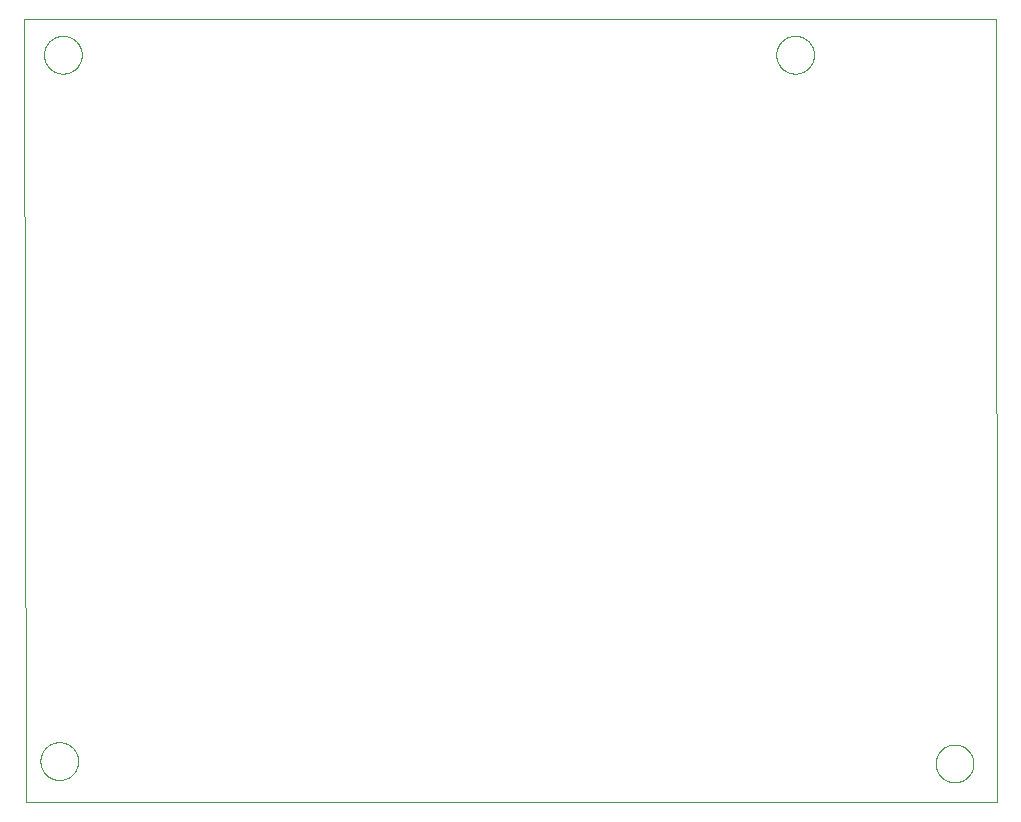
<source format=gbp>
G75*
%MOIN*%
%OFA0B0*%
%FSLAX25Y25*%
%IPPOS*%
%LPD*%
%AMOC8*
5,1,8,0,0,1.08239X$1,22.5*
%
%ADD10C,0.00000*%
D10*
X0001394Y0001000D02*
X0001000Y0262024D01*
X0324858Y0262024D01*
X0325252Y0001000D01*
X0001394Y0001000D01*
X0006355Y0014780D02*
X0006357Y0014938D01*
X0006363Y0015096D01*
X0006373Y0015254D01*
X0006387Y0015412D01*
X0006405Y0015569D01*
X0006426Y0015726D01*
X0006452Y0015882D01*
X0006482Y0016038D01*
X0006515Y0016193D01*
X0006553Y0016346D01*
X0006594Y0016499D01*
X0006639Y0016651D01*
X0006688Y0016802D01*
X0006741Y0016951D01*
X0006797Y0017099D01*
X0006857Y0017245D01*
X0006921Y0017390D01*
X0006989Y0017533D01*
X0007060Y0017675D01*
X0007134Y0017815D01*
X0007212Y0017952D01*
X0007294Y0018088D01*
X0007378Y0018222D01*
X0007467Y0018353D01*
X0007558Y0018482D01*
X0007653Y0018609D01*
X0007750Y0018734D01*
X0007851Y0018856D01*
X0007955Y0018975D01*
X0008062Y0019092D01*
X0008172Y0019206D01*
X0008285Y0019317D01*
X0008400Y0019426D01*
X0008518Y0019531D01*
X0008639Y0019633D01*
X0008762Y0019733D01*
X0008888Y0019829D01*
X0009016Y0019922D01*
X0009146Y0020012D01*
X0009279Y0020098D01*
X0009414Y0020182D01*
X0009550Y0020261D01*
X0009689Y0020338D01*
X0009830Y0020410D01*
X0009972Y0020480D01*
X0010116Y0020545D01*
X0010262Y0020607D01*
X0010409Y0020665D01*
X0010558Y0020720D01*
X0010708Y0020771D01*
X0010859Y0020818D01*
X0011011Y0020861D01*
X0011164Y0020900D01*
X0011319Y0020936D01*
X0011474Y0020967D01*
X0011630Y0020995D01*
X0011786Y0021019D01*
X0011943Y0021039D01*
X0012101Y0021055D01*
X0012258Y0021067D01*
X0012417Y0021075D01*
X0012575Y0021079D01*
X0012733Y0021079D01*
X0012891Y0021075D01*
X0013050Y0021067D01*
X0013207Y0021055D01*
X0013365Y0021039D01*
X0013522Y0021019D01*
X0013678Y0020995D01*
X0013834Y0020967D01*
X0013989Y0020936D01*
X0014144Y0020900D01*
X0014297Y0020861D01*
X0014449Y0020818D01*
X0014600Y0020771D01*
X0014750Y0020720D01*
X0014899Y0020665D01*
X0015046Y0020607D01*
X0015192Y0020545D01*
X0015336Y0020480D01*
X0015478Y0020410D01*
X0015619Y0020338D01*
X0015758Y0020261D01*
X0015894Y0020182D01*
X0016029Y0020098D01*
X0016162Y0020012D01*
X0016292Y0019922D01*
X0016420Y0019829D01*
X0016546Y0019733D01*
X0016669Y0019633D01*
X0016790Y0019531D01*
X0016908Y0019426D01*
X0017023Y0019317D01*
X0017136Y0019206D01*
X0017246Y0019092D01*
X0017353Y0018975D01*
X0017457Y0018856D01*
X0017558Y0018734D01*
X0017655Y0018609D01*
X0017750Y0018482D01*
X0017841Y0018353D01*
X0017930Y0018222D01*
X0018014Y0018088D01*
X0018096Y0017952D01*
X0018174Y0017815D01*
X0018248Y0017675D01*
X0018319Y0017533D01*
X0018387Y0017390D01*
X0018451Y0017245D01*
X0018511Y0017099D01*
X0018567Y0016951D01*
X0018620Y0016802D01*
X0018669Y0016651D01*
X0018714Y0016499D01*
X0018755Y0016346D01*
X0018793Y0016193D01*
X0018826Y0016038D01*
X0018856Y0015882D01*
X0018882Y0015726D01*
X0018903Y0015569D01*
X0018921Y0015412D01*
X0018935Y0015254D01*
X0018945Y0015096D01*
X0018951Y0014938D01*
X0018953Y0014780D01*
X0018951Y0014622D01*
X0018945Y0014464D01*
X0018935Y0014306D01*
X0018921Y0014148D01*
X0018903Y0013991D01*
X0018882Y0013834D01*
X0018856Y0013678D01*
X0018826Y0013522D01*
X0018793Y0013367D01*
X0018755Y0013214D01*
X0018714Y0013061D01*
X0018669Y0012909D01*
X0018620Y0012758D01*
X0018567Y0012609D01*
X0018511Y0012461D01*
X0018451Y0012315D01*
X0018387Y0012170D01*
X0018319Y0012027D01*
X0018248Y0011885D01*
X0018174Y0011745D01*
X0018096Y0011608D01*
X0018014Y0011472D01*
X0017930Y0011338D01*
X0017841Y0011207D01*
X0017750Y0011078D01*
X0017655Y0010951D01*
X0017558Y0010826D01*
X0017457Y0010704D01*
X0017353Y0010585D01*
X0017246Y0010468D01*
X0017136Y0010354D01*
X0017023Y0010243D01*
X0016908Y0010134D01*
X0016790Y0010029D01*
X0016669Y0009927D01*
X0016546Y0009827D01*
X0016420Y0009731D01*
X0016292Y0009638D01*
X0016162Y0009548D01*
X0016029Y0009462D01*
X0015894Y0009378D01*
X0015758Y0009299D01*
X0015619Y0009222D01*
X0015478Y0009150D01*
X0015336Y0009080D01*
X0015192Y0009015D01*
X0015046Y0008953D01*
X0014899Y0008895D01*
X0014750Y0008840D01*
X0014600Y0008789D01*
X0014449Y0008742D01*
X0014297Y0008699D01*
X0014144Y0008660D01*
X0013989Y0008624D01*
X0013834Y0008593D01*
X0013678Y0008565D01*
X0013522Y0008541D01*
X0013365Y0008521D01*
X0013207Y0008505D01*
X0013050Y0008493D01*
X0012891Y0008485D01*
X0012733Y0008481D01*
X0012575Y0008481D01*
X0012417Y0008485D01*
X0012258Y0008493D01*
X0012101Y0008505D01*
X0011943Y0008521D01*
X0011786Y0008541D01*
X0011630Y0008565D01*
X0011474Y0008593D01*
X0011319Y0008624D01*
X0011164Y0008660D01*
X0011011Y0008699D01*
X0010859Y0008742D01*
X0010708Y0008789D01*
X0010558Y0008840D01*
X0010409Y0008895D01*
X0010262Y0008953D01*
X0010116Y0009015D01*
X0009972Y0009080D01*
X0009830Y0009150D01*
X0009689Y0009222D01*
X0009550Y0009299D01*
X0009414Y0009378D01*
X0009279Y0009462D01*
X0009146Y0009548D01*
X0009016Y0009638D01*
X0008888Y0009731D01*
X0008762Y0009827D01*
X0008639Y0009927D01*
X0008518Y0010029D01*
X0008400Y0010134D01*
X0008285Y0010243D01*
X0008172Y0010354D01*
X0008062Y0010468D01*
X0007955Y0010585D01*
X0007851Y0010704D01*
X0007750Y0010826D01*
X0007653Y0010951D01*
X0007558Y0011078D01*
X0007467Y0011207D01*
X0007378Y0011338D01*
X0007294Y0011472D01*
X0007212Y0011608D01*
X0007134Y0011745D01*
X0007060Y0011885D01*
X0006989Y0012027D01*
X0006921Y0012170D01*
X0006857Y0012315D01*
X0006797Y0012461D01*
X0006741Y0012609D01*
X0006688Y0012758D01*
X0006639Y0012909D01*
X0006594Y0013061D01*
X0006553Y0013214D01*
X0006515Y0013367D01*
X0006482Y0013522D01*
X0006452Y0013678D01*
X0006426Y0013834D01*
X0006405Y0013991D01*
X0006387Y0014148D01*
X0006373Y0014306D01*
X0006363Y0014464D01*
X0006357Y0014622D01*
X0006355Y0014780D01*
X0007536Y0250213D02*
X0007538Y0250371D01*
X0007544Y0250529D01*
X0007554Y0250687D01*
X0007568Y0250845D01*
X0007586Y0251002D01*
X0007607Y0251159D01*
X0007633Y0251315D01*
X0007663Y0251471D01*
X0007696Y0251626D01*
X0007734Y0251779D01*
X0007775Y0251932D01*
X0007820Y0252084D01*
X0007869Y0252235D01*
X0007922Y0252384D01*
X0007978Y0252532D01*
X0008038Y0252678D01*
X0008102Y0252823D01*
X0008170Y0252966D01*
X0008241Y0253108D01*
X0008315Y0253248D01*
X0008393Y0253385D01*
X0008475Y0253521D01*
X0008559Y0253655D01*
X0008648Y0253786D01*
X0008739Y0253915D01*
X0008834Y0254042D01*
X0008931Y0254167D01*
X0009032Y0254289D01*
X0009136Y0254408D01*
X0009243Y0254525D01*
X0009353Y0254639D01*
X0009466Y0254750D01*
X0009581Y0254859D01*
X0009699Y0254964D01*
X0009820Y0255066D01*
X0009943Y0255166D01*
X0010069Y0255262D01*
X0010197Y0255355D01*
X0010327Y0255445D01*
X0010460Y0255531D01*
X0010595Y0255615D01*
X0010731Y0255694D01*
X0010870Y0255771D01*
X0011011Y0255843D01*
X0011153Y0255913D01*
X0011297Y0255978D01*
X0011443Y0256040D01*
X0011590Y0256098D01*
X0011739Y0256153D01*
X0011889Y0256204D01*
X0012040Y0256251D01*
X0012192Y0256294D01*
X0012345Y0256333D01*
X0012500Y0256369D01*
X0012655Y0256400D01*
X0012811Y0256428D01*
X0012967Y0256452D01*
X0013124Y0256472D01*
X0013282Y0256488D01*
X0013439Y0256500D01*
X0013598Y0256508D01*
X0013756Y0256512D01*
X0013914Y0256512D01*
X0014072Y0256508D01*
X0014231Y0256500D01*
X0014388Y0256488D01*
X0014546Y0256472D01*
X0014703Y0256452D01*
X0014859Y0256428D01*
X0015015Y0256400D01*
X0015170Y0256369D01*
X0015325Y0256333D01*
X0015478Y0256294D01*
X0015630Y0256251D01*
X0015781Y0256204D01*
X0015931Y0256153D01*
X0016080Y0256098D01*
X0016227Y0256040D01*
X0016373Y0255978D01*
X0016517Y0255913D01*
X0016659Y0255843D01*
X0016800Y0255771D01*
X0016939Y0255694D01*
X0017075Y0255615D01*
X0017210Y0255531D01*
X0017343Y0255445D01*
X0017473Y0255355D01*
X0017601Y0255262D01*
X0017727Y0255166D01*
X0017850Y0255066D01*
X0017971Y0254964D01*
X0018089Y0254859D01*
X0018204Y0254750D01*
X0018317Y0254639D01*
X0018427Y0254525D01*
X0018534Y0254408D01*
X0018638Y0254289D01*
X0018739Y0254167D01*
X0018836Y0254042D01*
X0018931Y0253915D01*
X0019022Y0253786D01*
X0019111Y0253655D01*
X0019195Y0253521D01*
X0019277Y0253385D01*
X0019355Y0253248D01*
X0019429Y0253108D01*
X0019500Y0252966D01*
X0019568Y0252823D01*
X0019632Y0252678D01*
X0019692Y0252532D01*
X0019748Y0252384D01*
X0019801Y0252235D01*
X0019850Y0252084D01*
X0019895Y0251932D01*
X0019936Y0251779D01*
X0019974Y0251626D01*
X0020007Y0251471D01*
X0020037Y0251315D01*
X0020063Y0251159D01*
X0020084Y0251002D01*
X0020102Y0250845D01*
X0020116Y0250687D01*
X0020126Y0250529D01*
X0020132Y0250371D01*
X0020134Y0250213D01*
X0020132Y0250055D01*
X0020126Y0249897D01*
X0020116Y0249739D01*
X0020102Y0249581D01*
X0020084Y0249424D01*
X0020063Y0249267D01*
X0020037Y0249111D01*
X0020007Y0248955D01*
X0019974Y0248800D01*
X0019936Y0248647D01*
X0019895Y0248494D01*
X0019850Y0248342D01*
X0019801Y0248191D01*
X0019748Y0248042D01*
X0019692Y0247894D01*
X0019632Y0247748D01*
X0019568Y0247603D01*
X0019500Y0247460D01*
X0019429Y0247318D01*
X0019355Y0247178D01*
X0019277Y0247041D01*
X0019195Y0246905D01*
X0019111Y0246771D01*
X0019022Y0246640D01*
X0018931Y0246511D01*
X0018836Y0246384D01*
X0018739Y0246259D01*
X0018638Y0246137D01*
X0018534Y0246018D01*
X0018427Y0245901D01*
X0018317Y0245787D01*
X0018204Y0245676D01*
X0018089Y0245567D01*
X0017971Y0245462D01*
X0017850Y0245360D01*
X0017727Y0245260D01*
X0017601Y0245164D01*
X0017473Y0245071D01*
X0017343Y0244981D01*
X0017210Y0244895D01*
X0017075Y0244811D01*
X0016939Y0244732D01*
X0016800Y0244655D01*
X0016659Y0244583D01*
X0016517Y0244513D01*
X0016373Y0244448D01*
X0016227Y0244386D01*
X0016080Y0244328D01*
X0015931Y0244273D01*
X0015781Y0244222D01*
X0015630Y0244175D01*
X0015478Y0244132D01*
X0015325Y0244093D01*
X0015170Y0244057D01*
X0015015Y0244026D01*
X0014859Y0243998D01*
X0014703Y0243974D01*
X0014546Y0243954D01*
X0014388Y0243938D01*
X0014231Y0243926D01*
X0014072Y0243918D01*
X0013914Y0243914D01*
X0013756Y0243914D01*
X0013598Y0243918D01*
X0013439Y0243926D01*
X0013282Y0243938D01*
X0013124Y0243954D01*
X0012967Y0243974D01*
X0012811Y0243998D01*
X0012655Y0244026D01*
X0012500Y0244057D01*
X0012345Y0244093D01*
X0012192Y0244132D01*
X0012040Y0244175D01*
X0011889Y0244222D01*
X0011739Y0244273D01*
X0011590Y0244328D01*
X0011443Y0244386D01*
X0011297Y0244448D01*
X0011153Y0244513D01*
X0011011Y0244583D01*
X0010870Y0244655D01*
X0010731Y0244732D01*
X0010595Y0244811D01*
X0010460Y0244895D01*
X0010327Y0244981D01*
X0010197Y0245071D01*
X0010069Y0245164D01*
X0009943Y0245260D01*
X0009820Y0245360D01*
X0009699Y0245462D01*
X0009581Y0245567D01*
X0009466Y0245676D01*
X0009353Y0245787D01*
X0009243Y0245901D01*
X0009136Y0246018D01*
X0009032Y0246137D01*
X0008931Y0246259D01*
X0008834Y0246384D01*
X0008739Y0246511D01*
X0008648Y0246640D01*
X0008559Y0246771D01*
X0008475Y0246905D01*
X0008393Y0247041D01*
X0008315Y0247178D01*
X0008241Y0247318D01*
X0008170Y0247460D01*
X0008102Y0247603D01*
X0008038Y0247748D01*
X0007978Y0247894D01*
X0007922Y0248042D01*
X0007869Y0248191D01*
X0007820Y0248342D01*
X0007775Y0248494D01*
X0007734Y0248647D01*
X0007696Y0248800D01*
X0007663Y0248955D01*
X0007633Y0249111D01*
X0007607Y0249267D01*
X0007586Y0249424D01*
X0007568Y0249581D01*
X0007554Y0249739D01*
X0007544Y0249897D01*
X0007538Y0250055D01*
X0007536Y0250213D01*
X0251630Y0250213D02*
X0251632Y0250371D01*
X0251638Y0250529D01*
X0251648Y0250687D01*
X0251662Y0250845D01*
X0251680Y0251002D01*
X0251701Y0251159D01*
X0251727Y0251315D01*
X0251757Y0251471D01*
X0251790Y0251626D01*
X0251828Y0251779D01*
X0251869Y0251932D01*
X0251914Y0252084D01*
X0251963Y0252235D01*
X0252016Y0252384D01*
X0252072Y0252532D01*
X0252132Y0252678D01*
X0252196Y0252823D01*
X0252264Y0252966D01*
X0252335Y0253108D01*
X0252409Y0253248D01*
X0252487Y0253385D01*
X0252569Y0253521D01*
X0252653Y0253655D01*
X0252742Y0253786D01*
X0252833Y0253915D01*
X0252928Y0254042D01*
X0253025Y0254167D01*
X0253126Y0254289D01*
X0253230Y0254408D01*
X0253337Y0254525D01*
X0253447Y0254639D01*
X0253560Y0254750D01*
X0253675Y0254859D01*
X0253793Y0254964D01*
X0253914Y0255066D01*
X0254037Y0255166D01*
X0254163Y0255262D01*
X0254291Y0255355D01*
X0254421Y0255445D01*
X0254554Y0255531D01*
X0254689Y0255615D01*
X0254825Y0255694D01*
X0254964Y0255771D01*
X0255105Y0255843D01*
X0255247Y0255913D01*
X0255391Y0255978D01*
X0255537Y0256040D01*
X0255684Y0256098D01*
X0255833Y0256153D01*
X0255983Y0256204D01*
X0256134Y0256251D01*
X0256286Y0256294D01*
X0256439Y0256333D01*
X0256594Y0256369D01*
X0256749Y0256400D01*
X0256905Y0256428D01*
X0257061Y0256452D01*
X0257218Y0256472D01*
X0257376Y0256488D01*
X0257533Y0256500D01*
X0257692Y0256508D01*
X0257850Y0256512D01*
X0258008Y0256512D01*
X0258166Y0256508D01*
X0258325Y0256500D01*
X0258482Y0256488D01*
X0258640Y0256472D01*
X0258797Y0256452D01*
X0258953Y0256428D01*
X0259109Y0256400D01*
X0259264Y0256369D01*
X0259419Y0256333D01*
X0259572Y0256294D01*
X0259724Y0256251D01*
X0259875Y0256204D01*
X0260025Y0256153D01*
X0260174Y0256098D01*
X0260321Y0256040D01*
X0260467Y0255978D01*
X0260611Y0255913D01*
X0260753Y0255843D01*
X0260894Y0255771D01*
X0261033Y0255694D01*
X0261169Y0255615D01*
X0261304Y0255531D01*
X0261437Y0255445D01*
X0261567Y0255355D01*
X0261695Y0255262D01*
X0261821Y0255166D01*
X0261944Y0255066D01*
X0262065Y0254964D01*
X0262183Y0254859D01*
X0262298Y0254750D01*
X0262411Y0254639D01*
X0262521Y0254525D01*
X0262628Y0254408D01*
X0262732Y0254289D01*
X0262833Y0254167D01*
X0262930Y0254042D01*
X0263025Y0253915D01*
X0263116Y0253786D01*
X0263205Y0253655D01*
X0263289Y0253521D01*
X0263371Y0253385D01*
X0263449Y0253248D01*
X0263523Y0253108D01*
X0263594Y0252966D01*
X0263662Y0252823D01*
X0263726Y0252678D01*
X0263786Y0252532D01*
X0263842Y0252384D01*
X0263895Y0252235D01*
X0263944Y0252084D01*
X0263989Y0251932D01*
X0264030Y0251779D01*
X0264068Y0251626D01*
X0264101Y0251471D01*
X0264131Y0251315D01*
X0264157Y0251159D01*
X0264178Y0251002D01*
X0264196Y0250845D01*
X0264210Y0250687D01*
X0264220Y0250529D01*
X0264226Y0250371D01*
X0264228Y0250213D01*
X0264226Y0250055D01*
X0264220Y0249897D01*
X0264210Y0249739D01*
X0264196Y0249581D01*
X0264178Y0249424D01*
X0264157Y0249267D01*
X0264131Y0249111D01*
X0264101Y0248955D01*
X0264068Y0248800D01*
X0264030Y0248647D01*
X0263989Y0248494D01*
X0263944Y0248342D01*
X0263895Y0248191D01*
X0263842Y0248042D01*
X0263786Y0247894D01*
X0263726Y0247748D01*
X0263662Y0247603D01*
X0263594Y0247460D01*
X0263523Y0247318D01*
X0263449Y0247178D01*
X0263371Y0247041D01*
X0263289Y0246905D01*
X0263205Y0246771D01*
X0263116Y0246640D01*
X0263025Y0246511D01*
X0262930Y0246384D01*
X0262833Y0246259D01*
X0262732Y0246137D01*
X0262628Y0246018D01*
X0262521Y0245901D01*
X0262411Y0245787D01*
X0262298Y0245676D01*
X0262183Y0245567D01*
X0262065Y0245462D01*
X0261944Y0245360D01*
X0261821Y0245260D01*
X0261695Y0245164D01*
X0261567Y0245071D01*
X0261437Y0244981D01*
X0261304Y0244895D01*
X0261169Y0244811D01*
X0261033Y0244732D01*
X0260894Y0244655D01*
X0260753Y0244583D01*
X0260611Y0244513D01*
X0260467Y0244448D01*
X0260321Y0244386D01*
X0260174Y0244328D01*
X0260025Y0244273D01*
X0259875Y0244222D01*
X0259724Y0244175D01*
X0259572Y0244132D01*
X0259419Y0244093D01*
X0259264Y0244057D01*
X0259109Y0244026D01*
X0258953Y0243998D01*
X0258797Y0243974D01*
X0258640Y0243954D01*
X0258482Y0243938D01*
X0258325Y0243926D01*
X0258166Y0243918D01*
X0258008Y0243914D01*
X0257850Y0243914D01*
X0257692Y0243918D01*
X0257533Y0243926D01*
X0257376Y0243938D01*
X0257218Y0243954D01*
X0257061Y0243974D01*
X0256905Y0243998D01*
X0256749Y0244026D01*
X0256594Y0244057D01*
X0256439Y0244093D01*
X0256286Y0244132D01*
X0256134Y0244175D01*
X0255983Y0244222D01*
X0255833Y0244273D01*
X0255684Y0244328D01*
X0255537Y0244386D01*
X0255391Y0244448D01*
X0255247Y0244513D01*
X0255105Y0244583D01*
X0254964Y0244655D01*
X0254825Y0244732D01*
X0254689Y0244811D01*
X0254554Y0244895D01*
X0254421Y0244981D01*
X0254291Y0245071D01*
X0254163Y0245164D01*
X0254037Y0245260D01*
X0253914Y0245360D01*
X0253793Y0245462D01*
X0253675Y0245567D01*
X0253560Y0245676D01*
X0253447Y0245787D01*
X0253337Y0245901D01*
X0253230Y0246018D01*
X0253126Y0246137D01*
X0253025Y0246259D01*
X0252928Y0246384D01*
X0252833Y0246511D01*
X0252742Y0246640D01*
X0252653Y0246771D01*
X0252569Y0246905D01*
X0252487Y0247041D01*
X0252409Y0247178D01*
X0252335Y0247318D01*
X0252264Y0247460D01*
X0252196Y0247603D01*
X0252132Y0247748D01*
X0252072Y0247894D01*
X0252016Y0248042D01*
X0251963Y0248191D01*
X0251914Y0248342D01*
X0251869Y0248494D01*
X0251828Y0248647D01*
X0251790Y0248800D01*
X0251757Y0248955D01*
X0251727Y0249111D01*
X0251701Y0249267D01*
X0251680Y0249424D01*
X0251662Y0249581D01*
X0251648Y0249739D01*
X0251638Y0249897D01*
X0251632Y0250055D01*
X0251630Y0250213D01*
X0304780Y0013992D02*
X0304782Y0014150D01*
X0304788Y0014308D01*
X0304798Y0014466D01*
X0304812Y0014624D01*
X0304830Y0014781D01*
X0304851Y0014938D01*
X0304877Y0015094D01*
X0304907Y0015250D01*
X0304940Y0015405D01*
X0304978Y0015558D01*
X0305019Y0015711D01*
X0305064Y0015863D01*
X0305113Y0016014D01*
X0305166Y0016163D01*
X0305222Y0016311D01*
X0305282Y0016457D01*
X0305346Y0016602D01*
X0305414Y0016745D01*
X0305485Y0016887D01*
X0305559Y0017027D01*
X0305637Y0017164D01*
X0305719Y0017300D01*
X0305803Y0017434D01*
X0305892Y0017565D01*
X0305983Y0017694D01*
X0306078Y0017821D01*
X0306175Y0017946D01*
X0306276Y0018068D01*
X0306380Y0018187D01*
X0306487Y0018304D01*
X0306597Y0018418D01*
X0306710Y0018529D01*
X0306825Y0018638D01*
X0306943Y0018743D01*
X0307064Y0018845D01*
X0307187Y0018945D01*
X0307313Y0019041D01*
X0307441Y0019134D01*
X0307571Y0019224D01*
X0307704Y0019310D01*
X0307839Y0019394D01*
X0307975Y0019473D01*
X0308114Y0019550D01*
X0308255Y0019622D01*
X0308397Y0019692D01*
X0308541Y0019757D01*
X0308687Y0019819D01*
X0308834Y0019877D01*
X0308983Y0019932D01*
X0309133Y0019983D01*
X0309284Y0020030D01*
X0309436Y0020073D01*
X0309589Y0020112D01*
X0309744Y0020148D01*
X0309899Y0020179D01*
X0310055Y0020207D01*
X0310211Y0020231D01*
X0310368Y0020251D01*
X0310526Y0020267D01*
X0310683Y0020279D01*
X0310842Y0020287D01*
X0311000Y0020291D01*
X0311158Y0020291D01*
X0311316Y0020287D01*
X0311475Y0020279D01*
X0311632Y0020267D01*
X0311790Y0020251D01*
X0311947Y0020231D01*
X0312103Y0020207D01*
X0312259Y0020179D01*
X0312414Y0020148D01*
X0312569Y0020112D01*
X0312722Y0020073D01*
X0312874Y0020030D01*
X0313025Y0019983D01*
X0313175Y0019932D01*
X0313324Y0019877D01*
X0313471Y0019819D01*
X0313617Y0019757D01*
X0313761Y0019692D01*
X0313903Y0019622D01*
X0314044Y0019550D01*
X0314183Y0019473D01*
X0314319Y0019394D01*
X0314454Y0019310D01*
X0314587Y0019224D01*
X0314717Y0019134D01*
X0314845Y0019041D01*
X0314971Y0018945D01*
X0315094Y0018845D01*
X0315215Y0018743D01*
X0315333Y0018638D01*
X0315448Y0018529D01*
X0315561Y0018418D01*
X0315671Y0018304D01*
X0315778Y0018187D01*
X0315882Y0018068D01*
X0315983Y0017946D01*
X0316080Y0017821D01*
X0316175Y0017694D01*
X0316266Y0017565D01*
X0316355Y0017434D01*
X0316439Y0017300D01*
X0316521Y0017164D01*
X0316599Y0017027D01*
X0316673Y0016887D01*
X0316744Y0016745D01*
X0316812Y0016602D01*
X0316876Y0016457D01*
X0316936Y0016311D01*
X0316992Y0016163D01*
X0317045Y0016014D01*
X0317094Y0015863D01*
X0317139Y0015711D01*
X0317180Y0015558D01*
X0317218Y0015405D01*
X0317251Y0015250D01*
X0317281Y0015094D01*
X0317307Y0014938D01*
X0317328Y0014781D01*
X0317346Y0014624D01*
X0317360Y0014466D01*
X0317370Y0014308D01*
X0317376Y0014150D01*
X0317378Y0013992D01*
X0317376Y0013834D01*
X0317370Y0013676D01*
X0317360Y0013518D01*
X0317346Y0013360D01*
X0317328Y0013203D01*
X0317307Y0013046D01*
X0317281Y0012890D01*
X0317251Y0012734D01*
X0317218Y0012579D01*
X0317180Y0012426D01*
X0317139Y0012273D01*
X0317094Y0012121D01*
X0317045Y0011970D01*
X0316992Y0011821D01*
X0316936Y0011673D01*
X0316876Y0011527D01*
X0316812Y0011382D01*
X0316744Y0011239D01*
X0316673Y0011097D01*
X0316599Y0010957D01*
X0316521Y0010820D01*
X0316439Y0010684D01*
X0316355Y0010550D01*
X0316266Y0010419D01*
X0316175Y0010290D01*
X0316080Y0010163D01*
X0315983Y0010038D01*
X0315882Y0009916D01*
X0315778Y0009797D01*
X0315671Y0009680D01*
X0315561Y0009566D01*
X0315448Y0009455D01*
X0315333Y0009346D01*
X0315215Y0009241D01*
X0315094Y0009139D01*
X0314971Y0009039D01*
X0314845Y0008943D01*
X0314717Y0008850D01*
X0314587Y0008760D01*
X0314454Y0008674D01*
X0314319Y0008590D01*
X0314183Y0008511D01*
X0314044Y0008434D01*
X0313903Y0008362D01*
X0313761Y0008292D01*
X0313617Y0008227D01*
X0313471Y0008165D01*
X0313324Y0008107D01*
X0313175Y0008052D01*
X0313025Y0008001D01*
X0312874Y0007954D01*
X0312722Y0007911D01*
X0312569Y0007872D01*
X0312414Y0007836D01*
X0312259Y0007805D01*
X0312103Y0007777D01*
X0311947Y0007753D01*
X0311790Y0007733D01*
X0311632Y0007717D01*
X0311475Y0007705D01*
X0311316Y0007697D01*
X0311158Y0007693D01*
X0311000Y0007693D01*
X0310842Y0007697D01*
X0310683Y0007705D01*
X0310526Y0007717D01*
X0310368Y0007733D01*
X0310211Y0007753D01*
X0310055Y0007777D01*
X0309899Y0007805D01*
X0309744Y0007836D01*
X0309589Y0007872D01*
X0309436Y0007911D01*
X0309284Y0007954D01*
X0309133Y0008001D01*
X0308983Y0008052D01*
X0308834Y0008107D01*
X0308687Y0008165D01*
X0308541Y0008227D01*
X0308397Y0008292D01*
X0308255Y0008362D01*
X0308114Y0008434D01*
X0307975Y0008511D01*
X0307839Y0008590D01*
X0307704Y0008674D01*
X0307571Y0008760D01*
X0307441Y0008850D01*
X0307313Y0008943D01*
X0307187Y0009039D01*
X0307064Y0009139D01*
X0306943Y0009241D01*
X0306825Y0009346D01*
X0306710Y0009455D01*
X0306597Y0009566D01*
X0306487Y0009680D01*
X0306380Y0009797D01*
X0306276Y0009916D01*
X0306175Y0010038D01*
X0306078Y0010163D01*
X0305983Y0010290D01*
X0305892Y0010419D01*
X0305803Y0010550D01*
X0305719Y0010684D01*
X0305637Y0010820D01*
X0305559Y0010957D01*
X0305485Y0011097D01*
X0305414Y0011239D01*
X0305346Y0011382D01*
X0305282Y0011527D01*
X0305222Y0011673D01*
X0305166Y0011821D01*
X0305113Y0011970D01*
X0305064Y0012121D01*
X0305019Y0012273D01*
X0304978Y0012426D01*
X0304940Y0012579D01*
X0304907Y0012734D01*
X0304877Y0012890D01*
X0304851Y0013046D01*
X0304830Y0013203D01*
X0304812Y0013360D01*
X0304798Y0013518D01*
X0304788Y0013676D01*
X0304782Y0013834D01*
X0304780Y0013992D01*
M02*

</source>
